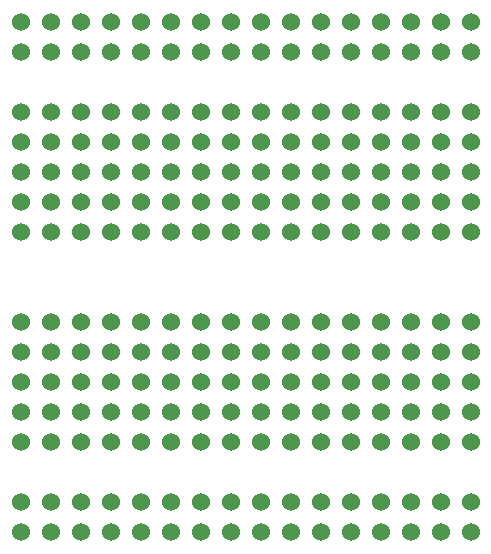
<source format=gbr>
%TF.GenerationSoftware,KiCad,Pcbnew,5.1.9-73d0e3b20d~88~ubuntu20.04.1*%
%TF.CreationDate,2021-01-27T17:21:51-06:00*%
%TF.ProjectId,ProtoPCBs,50726f74-6f50-4434-9273-2e6b69636164,rev?*%
%TF.SameCoordinates,Original*%
%TF.FileFunction,Copper,L2,Bot*%
%TF.FilePolarity,Positive*%
%FSLAX46Y46*%
G04 Gerber Fmt 4.6, Leading zero omitted, Abs format (unit mm)*
G04 Created by KiCad (PCBNEW 5.1.9-73d0e3b20d~88~ubuntu20.04.1) date 2021-01-27 17:21:51*
%MOMM*%
%LPD*%
G01*
G04 APERTURE LIST*
%TA.AperFunction,ComponentPad*%
%ADD10C,1.524000*%
%TD*%
G04 APERTURE END LIST*
D10*
%TO.P,REF\u002A\u002A,1*%
%TO.N,N/C*%
X193040000Y-58420000D03*
X203200000Y-60960000D03*
X226060000Y-58420000D03*
X205740000Y-60960000D03*
X223520000Y-58420000D03*
X193040000Y-60960000D03*
X213360000Y-60960000D03*
X205740000Y-58420000D03*
X220980000Y-60960000D03*
X231140000Y-60960000D03*
X218440000Y-60960000D03*
X208280000Y-58420000D03*
X215900000Y-58420000D03*
X220980000Y-58420000D03*
X228600000Y-58420000D03*
X231140000Y-58420000D03*
X203200000Y-58420000D03*
X200660000Y-58420000D03*
X215900000Y-60960000D03*
X223520000Y-60960000D03*
X226060000Y-60960000D03*
X213360000Y-58420000D03*
X228600000Y-60960000D03*
X198120000Y-58420000D03*
X210820000Y-58420000D03*
X210820000Y-60960000D03*
X208280000Y-60960000D03*
X195580000Y-60960000D03*
X218440000Y-58420000D03*
X198120000Y-60960000D03*
X200660000Y-60960000D03*
X195580000Y-58420000D03*
X193040000Y-101600000D03*
X228600000Y-101600000D03*
X215900000Y-101600000D03*
X231140000Y-99060000D03*
X213360000Y-101600000D03*
X220980000Y-99060000D03*
X220980000Y-101600000D03*
X195580000Y-101600000D03*
X203200000Y-99060000D03*
X198120000Y-99060000D03*
X210820000Y-101600000D03*
X226060000Y-99060000D03*
X203200000Y-101600000D03*
X213360000Y-99060000D03*
X208280000Y-99060000D03*
X231140000Y-101600000D03*
X223520000Y-99060000D03*
X223520000Y-101600000D03*
X218440000Y-101600000D03*
X218440000Y-99060000D03*
X228600000Y-99060000D03*
X215900000Y-99060000D03*
X200660000Y-99060000D03*
X200660000Y-101600000D03*
X208280000Y-101600000D03*
X210820000Y-99060000D03*
X195580000Y-99060000D03*
X205740000Y-99060000D03*
X226060000Y-101600000D03*
X193040000Y-99060000D03*
X205740000Y-101600000D03*
X198120000Y-101600000D03*
X193040000Y-83820000D03*
X193040000Y-93980000D03*
X203200000Y-86360000D03*
X228600000Y-93980000D03*
X228600000Y-88900000D03*
X226060000Y-83820000D03*
X215900000Y-93980000D03*
X205740000Y-86360000D03*
X213360000Y-88900000D03*
X223520000Y-83820000D03*
X231140000Y-91440000D03*
X193040000Y-86360000D03*
X213360000Y-86360000D03*
X213360000Y-93980000D03*
X220980000Y-91440000D03*
X220980000Y-93980000D03*
X205740000Y-83820000D03*
X220980000Y-86360000D03*
X195580000Y-93980000D03*
X198120000Y-88900000D03*
X226060000Y-88900000D03*
X213360000Y-91440000D03*
X231140000Y-86360000D03*
X218440000Y-86360000D03*
X208280000Y-91440000D03*
X231140000Y-93980000D03*
X223520000Y-91440000D03*
X223520000Y-93980000D03*
X218440000Y-93980000D03*
X203200000Y-88900000D03*
X200660000Y-88900000D03*
X208280000Y-83820000D03*
X215900000Y-83820000D03*
X218440000Y-91440000D03*
X218440000Y-88900000D03*
X228600000Y-91440000D03*
X220980000Y-83820000D03*
X215900000Y-91440000D03*
X200660000Y-91440000D03*
X220980000Y-88900000D03*
X228600000Y-83820000D03*
X200660000Y-93980000D03*
X215900000Y-88900000D03*
X231140000Y-83820000D03*
X208280000Y-93980000D03*
X208280000Y-88900000D03*
X203200000Y-83820000D03*
X210820000Y-91440000D03*
X200660000Y-83820000D03*
X215900000Y-86360000D03*
X195580000Y-91440000D03*
X205740000Y-91440000D03*
X223520000Y-86360000D03*
X226060000Y-86360000D03*
X213360000Y-83820000D03*
X228600000Y-86360000D03*
X226060000Y-93980000D03*
X198120000Y-83820000D03*
X195580000Y-88900000D03*
X210820000Y-83820000D03*
X193040000Y-91440000D03*
X210820000Y-86360000D03*
X231140000Y-88900000D03*
X208280000Y-86360000D03*
X223520000Y-88900000D03*
X205740000Y-93980000D03*
X205740000Y-88900000D03*
X195580000Y-86360000D03*
X198120000Y-93980000D03*
X210820000Y-93980000D03*
X210820000Y-88900000D03*
X226060000Y-91440000D03*
X218440000Y-83820000D03*
X203200000Y-93980000D03*
X193040000Y-88900000D03*
X198120000Y-86360000D03*
X200660000Y-86360000D03*
X195580000Y-83820000D03*
X198120000Y-91440000D03*
X203200000Y-91440000D03*
X213360000Y-66040000D03*
X213360000Y-76200000D03*
X223520000Y-68580000D03*
X226060000Y-68580000D03*
X213360000Y-68580000D03*
X226060000Y-66040000D03*
X215900000Y-76200000D03*
X218440000Y-71120000D03*
X228600000Y-73660000D03*
X223520000Y-71120000D03*
X220980000Y-71120000D03*
X228600000Y-66040000D03*
X220980000Y-73660000D03*
X220980000Y-76200000D03*
X228600000Y-76200000D03*
X228600000Y-71120000D03*
X223520000Y-66040000D03*
X231140000Y-73660000D03*
X220980000Y-66040000D03*
X215900000Y-73660000D03*
X226060000Y-73660000D03*
X218440000Y-66040000D03*
X215900000Y-71120000D03*
X231140000Y-66040000D03*
X213360000Y-73660000D03*
X231140000Y-68580000D03*
X228600000Y-68580000D03*
X226060000Y-76200000D03*
X226060000Y-71120000D03*
X215900000Y-68580000D03*
X218440000Y-76200000D03*
X231140000Y-76200000D03*
X231140000Y-71120000D03*
X223520000Y-76200000D03*
X213360000Y-71120000D03*
X218440000Y-68580000D03*
X220980000Y-68580000D03*
X215900000Y-66040000D03*
X218440000Y-73660000D03*
X223520000Y-73660000D03*
X210820000Y-73660000D03*
X210820000Y-66040000D03*
X210820000Y-76200000D03*
X210820000Y-71120000D03*
X210820000Y-68580000D03*
X208280000Y-68580000D03*
X208280000Y-66040000D03*
X208280000Y-73660000D03*
X208280000Y-76200000D03*
X208280000Y-71120000D03*
X205740000Y-68580000D03*
X205740000Y-71120000D03*
X205740000Y-66040000D03*
X205740000Y-76200000D03*
X205740000Y-73660000D03*
X203200000Y-71120000D03*
X203200000Y-73660000D03*
X203200000Y-76200000D03*
X203200000Y-66040000D03*
X203200000Y-68580000D03*
X200660000Y-71120000D03*
X200660000Y-66040000D03*
X200660000Y-76200000D03*
X200660000Y-68580000D03*
X200660000Y-73660000D03*
X198120000Y-76200000D03*
X198120000Y-73660000D03*
X198120000Y-71120000D03*
X198120000Y-68580000D03*
X198120000Y-66040000D03*
X195580000Y-66040000D03*
X195580000Y-76200000D03*
X195580000Y-68580000D03*
X195580000Y-73660000D03*
X195580000Y-71120000D03*
X193040000Y-76200000D03*
X193040000Y-73660000D03*
X193040000Y-71120000D03*
X193040000Y-68580000D03*
X193040000Y-66040000D03*
%TD*%
M02*

</source>
